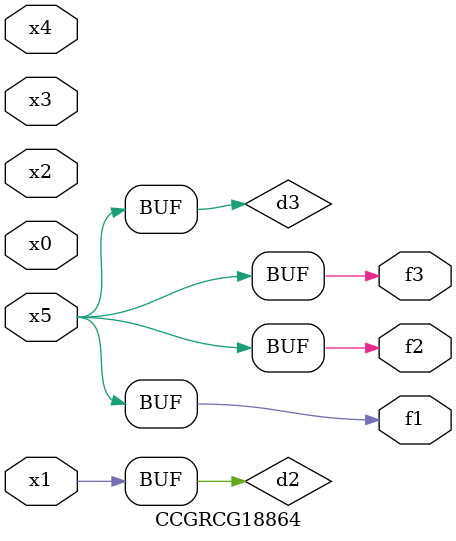
<source format=v>
module CCGRCG18864(
	input x0, x1, x2, x3, x4, x5,
	output f1, f2, f3
);

	wire d1, d2, d3;

	not (d1, x5);
	or (d2, x1);
	xnor (d3, d1);
	assign f1 = d3;
	assign f2 = d3;
	assign f3 = d3;
endmodule

</source>
